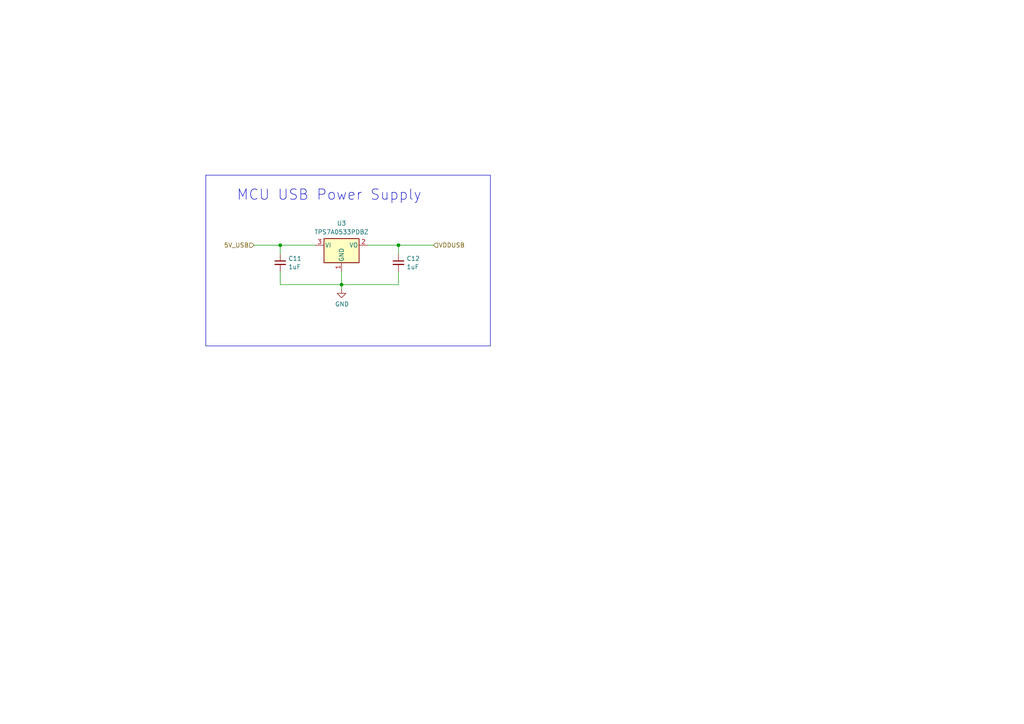
<source format=kicad_sch>
(kicad_sch (version 20230121) (generator eeschema)
  (paper "A4")
  (lib_symbols
    (symbol "Device:C_Small" (pin_numbers hide) (pin_names (offset 0.254) hide)
      (property "Reference" "C" (at 0.254 1.778 0))
      (property "Value" "C_Small" (at 0.254 -2.032 0))
      (symbol "C_Small_0_1"
        (polyline (pts (xy -1.524 -0.508) (xy 1.524 -0.508)) (stroke (width 0.3302)))
        (polyline (pts (xy -1.524 0.508) (xy 1.524 0.508)) (stroke (width 0.3048)))
      )
      (symbol "C_Small_1_1"
        (pin passive line (at 0 2.54 270) (length 2.032) (name "~") (number "1"))
        (pin passive line (at 0 -2.54 90) (length 2.032) (name "~") (number "2"))
      )
    )
    (symbol "Regulator_Linear:TPS7A0533PDBZ" (pin_names (offset 0.254))
      (property "Reference" "U" (at -3.81 3.175 0))
      (property "Value" "TPS7A0533PDBZ" (at 0 3.175 0))
      (symbol "TPS7A0533PDBZ_0_1"
        (rectangle (start -5.08 -5.08) (end 5.08 1.905) (stroke (width 0.254)) (fill (type background)))
      )
      (symbol "TPS7A0533PDBZ_1_1"
        (pin power_in line (at 0 -7.62 90) (length 2.54) (name "GND") (number "1"))
        (pin power_out line (at 7.62 0 180) (length 2.54) (name "VO") (number "2"))
        (pin power_in line (at -7.62 0 0) (length 2.54) (name "VI") (number "3"))
      )
    )
    (symbol "power:GND" (power) (pin_names (offset 0))
      (property "Value" "GND" (at 0 -3.81 0))
      (symbol "GND_0_1"
        (polyline (pts (xy 0 0) (xy 0 -1.27) (xy 1.27 -1.27) (xy 0 -2.54) (xy -1.27 -1.27) (xy 0 -1.27)))
      )
      (symbol "GND_1_1"
        (pin power_in line (at 0 0 270) (length 0) hide (name "GND") (number "1"))
      )
    )
  )
  (junction (at 99.06 82.55))
  (junction (at 115.57 71.12))
  (junction (at 81.28 71.12))
  (wire (pts (xy 81.28 78.74) (xy 81.28 82.55)))
  (wire (pts (xy 73.66 71.12) (xy 81.28 71.12)))
  (wire (pts (xy 91.44 71.12) (xy 81.28 71.12)))
  (wire (pts (xy 99.06 82.55) (xy 99.06 78.74)))
  (wire (pts (xy 115.57 82.55) (xy 99.06 82.55)))
  (wire (pts (xy 99.06 83.82) (xy 99.06 82.55)))
  (wire (pts (xy 115.57 78.74) (xy 115.57 82.55)))
  (wire (pts (xy 115.57 71.12) (xy 115.57 73.66)))
  (wire (pts (xy 81.28 71.12) (xy 81.28 73.66)))
  (wire (pts (xy 115.57 71.12) (xy 125.73 71.12)))
  (wire (pts (xy 81.28 82.55) (xy 99.06 82.55)))
  (wire (pts (xy 106.68 71.12) (xy 115.57 71.12)))
  (rectangle (start 59.69 50.8) (end 142.24 100.33))
  (text "MCU USB Power Supply" (at 68.58 58.42 0) (effects (font (size 3 3)) (justify left bottom)))
  (hierarchical_label "VDDUSB" (shape input) (at 125.73 71.12 0))
  (hierarchical_label "5V_USB" (shape input) (at 73.66 71.12 180))
  (symbol (lib_id "Device:C_Small") (at 115.57 76.2 0) (unit 1)
    (property "Reference" "C12" (at 117.8941 74.9942 0) (effects (justify left)))
    (property "Value" "1uF" (at 117.8941 77.4184 0) (effects (justify left)))
    (property "Footprint" "Capacitor_SMD:C_0603_1608Metric_Pad1.08x0.95mm_HandSolder" (effects hide))
  )
  (symbol (lib_id "power:GND") (at 99.06 83.82 0) (unit 1)
    (property "Reference" "#PWR016" (effects hide))
    (property "Value" "GND" (at 99.187 88.2142 0))
  )
  (symbol (lib_id "Regulator_Linear:TPS7A0533PDBZ") (at 99.06 71.12 0) (unit 1)
    (property "Reference" "U3" (at 99.06 64.77 0))
    (property "Value" "TPS7A0533PDBZ" (at 99.06 67.31 0))
    (property "Footprint" "Package_TO_SOT_SMD:SOT-23" (effects hide))
    (property "Datasheet" "https://www.ti.com/lit/ds/symlink/tps7a05.pdf" (effects hide))
  )
  (symbol (lib_id "Device:C_Small") (at 81.28 76.2 0) (unit 1)
    (property "Reference" "C11" (at 83.6041 74.9942 0) (effects (justify left)))
    (property "Value" "1uF" (at 83.6041 77.4184 0) (effects (justify left)))
    (property "Footprint" "Capacitor_SMD:C_0603_1608Metric_Pad1.08x0.95mm_HandSolder" (effects hide))
  )
)
</source>
